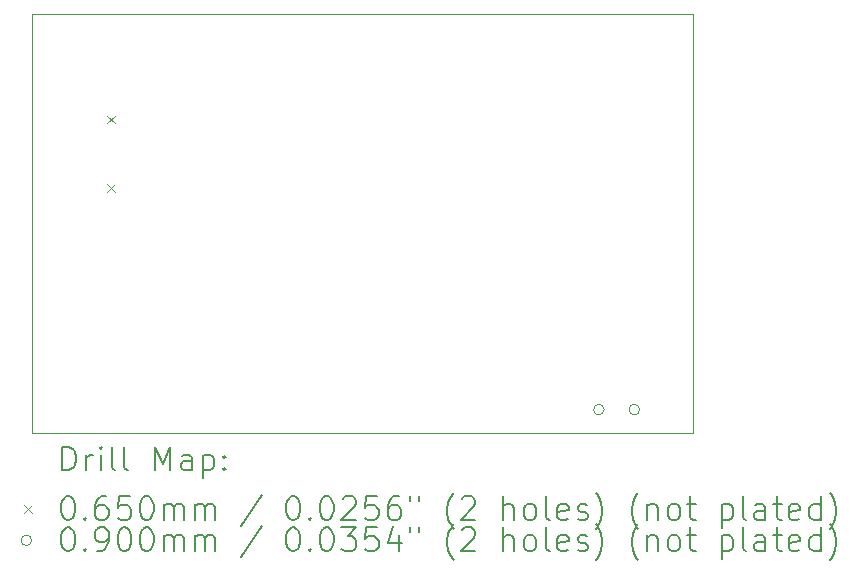
<source format=gbr>
%TF.GenerationSoftware,KiCad,Pcbnew,9.0.6*%
%TF.CreationDate,2025-12-13T17:25:43+11:00*%
%TF.ProjectId,esp32,65737033-322e-46b6-9963-61645f706362,rev?*%
%TF.SameCoordinates,Original*%
%TF.FileFunction,Drillmap*%
%TF.FilePolarity,Positive*%
%FSLAX45Y45*%
G04 Gerber Fmt 4.5, Leading zero omitted, Abs format (unit mm)*
G04 Created by KiCad (PCBNEW 9.0.6) date 2025-12-13 17:25:43*
%MOMM*%
%LPD*%
G01*
G04 APERTURE LIST*
%ADD10C,0.050000*%
%ADD11C,0.200000*%
%ADD12C,0.100000*%
G04 APERTURE END LIST*
D10*
X7250000Y-2450000D02*
X12850000Y-2450000D01*
X12850000Y-6000000D01*
X7250000Y-6000000D01*
X7250000Y-2450000D01*
D11*
D12*
X7885500Y-3310750D02*
X7950500Y-3375750D01*
X7950500Y-3310750D02*
X7885500Y-3375750D01*
X7885500Y-3888750D02*
X7950500Y-3953750D01*
X7950500Y-3888750D02*
X7885500Y-3953750D01*
X12095000Y-5800000D02*
G75*
G02*
X12005000Y-5800000I-45000J0D01*
G01*
X12005000Y-5800000D02*
G75*
G02*
X12095000Y-5800000I45000J0D01*
G01*
X12395000Y-5800000D02*
G75*
G02*
X12305000Y-5800000I-45000J0D01*
G01*
X12305000Y-5800000D02*
G75*
G02*
X12395000Y-5800000I45000J0D01*
G01*
D11*
X7508277Y-6313984D02*
X7508277Y-6113984D01*
X7508277Y-6113984D02*
X7555896Y-6113984D01*
X7555896Y-6113984D02*
X7584467Y-6123508D01*
X7584467Y-6123508D02*
X7603515Y-6142555D01*
X7603515Y-6142555D02*
X7613039Y-6161603D01*
X7613039Y-6161603D02*
X7622562Y-6199698D01*
X7622562Y-6199698D02*
X7622562Y-6228269D01*
X7622562Y-6228269D02*
X7613039Y-6266365D01*
X7613039Y-6266365D02*
X7603515Y-6285412D01*
X7603515Y-6285412D02*
X7584467Y-6304460D01*
X7584467Y-6304460D02*
X7555896Y-6313984D01*
X7555896Y-6313984D02*
X7508277Y-6313984D01*
X7708277Y-6313984D02*
X7708277Y-6180650D01*
X7708277Y-6218746D02*
X7717801Y-6199698D01*
X7717801Y-6199698D02*
X7727324Y-6190174D01*
X7727324Y-6190174D02*
X7746372Y-6180650D01*
X7746372Y-6180650D02*
X7765420Y-6180650D01*
X7832086Y-6313984D02*
X7832086Y-6180650D01*
X7832086Y-6113984D02*
X7822562Y-6123508D01*
X7822562Y-6123508D02*
X7832086Y-6133031D01*
X7832086Y-6133031D02*
X7841610Y-6123508D01*
X7841610Y-6123508D02*
X7832086Y-6113984D01*
X7832086Y-6113984D02*
X7832086Y-6133031D01*
X7955896Y-6313984D02*
X7936848Y-6304460D01*
X7936848Y-6304460D02*
X7927324Y-6285412D01*
X7927324Y-6285412D02*
X7927324Y-6113984D01*
X8060658Y-6313984D02*
X8041610Y-6304460D01*
X8041610Y-6304460D02*
X8032086Y-6285412D01*
X8032086Y-6285412D02*
X8032086Y-6113984D01*
X8289229Y-6313984D02*
X8289229Y-6113984D01*
X8289229Y-6113984D02*
X8355896Y-6256841D01*
X8355896Y-6256841D02*
X8422563Y-6113984D01*
X8422563Y-6113984D02*
X8422563Y-6313984D01*
X8603515Y-6313984D02*
X8603515Y-6209222D01*
X8603515Y-6209222D02*
X8593991Y-6190174D01*
X8593991Y-6190174D02*
X8574944Y-6180650D01*
X8574944Y-6180650D02*
X8536848Y-6180650D01*
X8536848Y-6180650D02*
X8517801Y-6190174D01*
X8603515Y-6304460D02*
X8584467Y-6313984D01*
X8584467Y-6313984D02*
X8536848Y-6313984D01*
X8536848Y-6313984D02*
X8517801Y-6304460D01*
X8517801Y-6304460D02*
X8508277Y-6285412D01*
X8508277Y-6285412D02*
X8508277Y-6266365D01*
X8508277Y-6266365D02*
X8517801Y-6247317D01*
X8517801Y-6247317D02*
X8536848Y-6237793D01*
X8536848Y-6237793D02*
X8584467Y-6237793D01*
X8584467Y-6237793D02*
X8603515Y-6228269D01*
X8698753Y-6180650D02*
X8698753Y-6380650D01*
X8698753Y-6190174D02*
X8717801Y-6180650D01*
X8717801Y-6180650D02*
X8755896Y-6180650D01*
X8755896Y-6180650D02*
X8774944Y-6190174D01*
X8774944Y-6190174D02*
X8784467Y-6199698D01*
X8784467Y-6199698D02*
X8793991Y-6218746D01*
X8793991Y-6218746D02*
X8793991Y-6275888D01*
X8793991Y-6275888D02*
X8784467Y-6294936D01*
X8784467Y-6294936D02*
X8774944Y-6304460D01*
X8774944Y-6304460D02*
X8755896Y-6313984D01*
X8755896Y-6313984D02*
X8717801Y-6313984D01*
X8717801Y-6313984D02*
X8698753Y-6304460D01*
X8879705Y-6294936D02*
X8889229Y-6304460D01*
X8889229Y-6304460D02*
X8879705Y-6313984D01*
X8879705Y-6313984D02*
X8870182Y-6304460D01*
X8870182Y-6304460D02*
X8879705Y-6294936D01*
X8879705Y-6294936D02*
X8879705Y-6313984D01*
X8879705Y-6190174D02*
X8889229Y-6199698D01*
X8889229Y-6199698D02*
X8879705Y-6209222D01*
X8879705Y-6209222D02*
X8870182Y-6199698D01*
X8870182Y-6199698D02*
X8879705Y-6190174D01*
X8879705Y-6190174D02*
X8879705Y-6209222D01*
D12*
X7182500Y-6610000D02*
X7247500Y-6675000D01*
X7247500Y-6610000D02*
X7182500Y-6675000D01*
D11*
X7546372Y-6533984D02*
X7565420Y-6533984D01*
X7565420Y-6533984D02*
X7584467Y-6543508D01*
X7584467Y-6543508D02*
X7593991Y-6553031D01*
X7593991Y-6553031D02*
X7603515Y-6572079D01*
X7603515Y-6572079D02*
X7613039Y-6610174D01*
X7613039Y-6610174D02*
X7613039Y-6657793D01*
X7613039Y-6657793D02*
X7603515Y-6695888D01*
X7603515Y-6695888D02*
X7593991Y-6714936D01*
X7593991Y-6714936D02*
X7584467Y-6724460D01*
X7584467Y-6724460D02*
X7565420Y-6733984D01*
X7565420Y-6733984D02*
X7546372Y-6733984D01*
X7546372Y-6733984D02*
X7527324Y-6724460D01*
X7527324Y-6724460D02*
X7517801Y-6714936D01*
X7517801Y-6714936D02*
X7508277Y-6695888D01*
X7508277Y-6695888D02*
X7498753Y-6657793D01*
X7498753Y-6657793D02*
X7498753Y-6610174D01*
X7498753Y-6610174D02*
X7508277Y-6572079D01*
X7508277Y-6572079D02*
X7517801Y-6553031D01*
X7517801Y-6553031D02*
X7527324Y-6543508D01*
X7527324Y-6543508D02*
X7546372Y-6533984D01*
X7698753Y-6714936D02*
X7708277Y-6724460D01*
X7708277Y-6724460D02*
X7698753Y-6733984D01*
X7698753Y-6733984D02*
X7689229Y-6724460D01*
X7689229Y-6724460D02*
X7698753Y-6714936D01*
X7698753Y-6714936D02*
X7698753Y-6733984D01*
X7879705Y-6533984D02*
X7841610Y-6533984D01*
X7841610Y-6533984D02*
X7822562Y-6543508D01*
X7822562Y-6543508D02*
X7813039Y-6553031D01*
X7813039Y-6553031D02*
X7793991Y-6581603D01*
X7793991Y-6581603D02*
X7784467Y-6619698D01*
X7784467Y-6619698D02*
X7784467Y-6695888D01*
X7784467Y-6695888D02*
X7793991Y-6714936D01*
X7793991Y-6714936D02*
X7803515Y-6724460D01*
X7803515Y-6724460D02*
X7822562Y-6733984D01*
X7822562Y-6733984D02*
X7860658Y-6733984D01*
X7860658Y-6733984D02*
X7879705Y-6724460D01*
X7879705Y-6724460D02*
X7889229Y-6714936D01*
X7889229Y-6714936D02*
X7898753Y-6695888D01*
X7898753Y-6695888D02*
X7898753Y-6648269D01*
X7898753Y-6648269D02*
X7889229Y-6629222D01*
X7889229Y-6629222D02*
X7879705Y-6619698D01*
X7879705Y-6619698D02*
X7860658Y-6610174D01*
X7860658Y-6610174D02*
X7822562Y-6610174D01*
X7822562Y-6610174D02*
X7803515Y-6619698D01*
X7803515Y-6619698D02*
X7793991Y-6629222D01*
X7793991Y-6629222D02*
X7784467Y-6648269D01*
X8079705Y-6533984D02*
X7984467Y-6533984D01*
X7984467Y-6533984D02*
X7974943Y-6629222D01*
X7974943Y-6629222D02*
X7984467Y-6619698D01*
X7984467Y-6619698D02*
X8003515Y-6610174D01*
X8003515Y-6610174D02*
X8051134Y-6610174D01*
X8051134Y-6610174D02*
X8070182Y-6619698D01*
X8070182Y-6619698D02*
X8079705Y-6629222D01*
X8079705Y-6629222D02*
X8089229Y-6648269D01*
X8089229Y-6648269D02*
X8089229Y-6695888D01*
X8089229Y-6695888D02*
X8079705Y-6714936D01*
X8079705Y-6714936D02*
X8070182Y-6724460D01*
X8070182Y-6724460D02*
X8051134Y-6733984D01*
X8051134Y-6733984D02*
X8003515Y-6733984D01*
X8003515Y-6733984D02*
X7984467Y-6724460D01*
X7984467Y-6724460D02*
X7974943Y-6714936D01*
X8213039Y-6533984D02*
X8232086Y-6533984D01*
X8232086Y-6533984D02*
X8251134Y-6543508D01*
X8251134Y-6543508D02*
X8260658Y-6553031D01*
X8260658Y-6553031D02*
X8270182Y-6572079D01*
X8270182Y-6572079D02*
X8279705Y-6610174D01*
X8279705Y-6610174D02*
X8279705Y-6657793D01*
X8279705Y-6657793D02*
X8270182Y-6695888D01*
X8270182Y-6695888D02*
X8260658Y-6714936D01*
X8260658Y-6714936D02*
X8251134Y-6724460D01*
X8251134Y-6724460D02*
X8232086Y-6733984D01*
X8232086Y-6733984D02*
X8213039Y-6733984D01*
X8213039Y-6733984D02*
X8193991Y-6724460D01*
X8193991Y-6724460D02*
X8184467Y-6714936D01*
X8184467Y-6714936D02*
X8174943Y-6695888D01*
X8174943Y-6695888D02*
X8165420Y-6657793D01*
X8165420Y-6657793D02*
X8165420Y-6610174D01*
X8165420Y-6610174D02*
X8174943Y-6572079D01*
X8174943Y-6572079D02*
X8184467Y-6553031D01*
X8184467Y-6553031D02*
X8193991Y-6543508D01*
X8193991Y-6543508D02*
X8213039Y-6533984D01*
X8365420Y-6733984D02*
X8365420Y-6600650D01*
X8365420Y-6619698D02*
X8374943Y-6610174D01*
X8374943Y-6610174D02*
X8393991Y-6600650D01*
X8393991Y-6600650D02*
X8422563Y-6600650D01*
X8422563Y-6600650D02*
X8441610Y-6610174D01*
X8441610Y-6610174D02*
X8451134Y-6629222D01*
X8451134Y-6629222D02*
X8451134Y-6733984D01*
X8451134Y-6629222D02*
X8460658Y-6610174D01*
X8460658Y-6610174D02*
X8479705Y-6600650D01*
X8479705Y-6600650D02*
X8508277Y-6600650D01*
X8508277Y-6600650D02*
X8527325Y-6610174D01*
X8527325Y-6610174D02*
X8536848Y-6629222D01*
X8536848Y-6629222D02*
X8536848Y-6733984D01*
X8632086Y-6733984D02*
X8632086Y-6600650D01*
X8632086Y-6619698D02*
X8641610Y-6610174D01*
X8641610Y-6610174D02*
X8660658Y-6600650D01*
X8660658Y-6600650D02*
X8689229Y-6600650D01*
X8689229Y-6600650D02*
X8708277Y-6610174D01*
X8708277Y-6610174D02*
X8717801Y-6629222D01*
X8717801Y-6629222D02*
X8717801Y-6733984D01*
X8717801Y-6629222D02*
X8727325Y-6610174D01*
X8727325Y-6610174D02*
X8746372Y-6600650D01*
X8746372Y-6600650D02*
X8774944Y-6600650D01*
X8774944Y-6600650D02*
X8793991Y-6610174D01*
X8793991Y-6610174D02*
X8803515Y-6629222D01*
X8803515Y-6629222D02*
X8803515Y-6733984D01*
X9193991Y-6524460D02*
X9022563Y-6781603D01*
X9451134Y-6533984D02*
X9470182Y-6533984D01*
X9470182Y-6533984D02*
X9489229Y-6543508D01*
X9489229Y-6543508D02*
X9498753Y-6553031D01*
X9498753Y-6553031D02*
X9508277Y-6572079D01*
X9508277Y-6572079D02*
X9517801Y-6610174D01*
X9517801Y-6610174D02*
X9517801Y-6657793D01*
X9517801Y-6657793D02*
X9508277Y-6695888D01*
X9508277Y-6695888D02*
X9498753Y-6714936D01*
X9498753Y-6714936D02*
X9489229Y-6724460D01*
X9489229Y-6724460D02*
X9470182Y-6733984D01*
X9470182Y-6733984D02*
X9451134Y-6733984D01*
X9451134Y-6733984D02*
X9432087Y-6724460D01*
X9432087Y-6724460D02*
X9422563Y-6714936D01*
X9422563Y-6714936D02*
X9413039Y-6695888D01*
X9413039Y-6695888D02*
X9403515Y-6657793D01*
X9403515Y-6657793D02*
X9403515Y-6610174D01*
X9403515Y-6610174D02*
X9413039Y-6572079D01*
X9413039Y-6572079D02*
X9422563Y-6553031D01*
X9422563Y-6553031D02*
X9432087Y-6543508D01*
X9432087Y-6543508D02*
X9451134Y-6533984D01*
X9603515Y-6714936D02*
X9613039Y-6724460D01*
X9613039Y-6724460D02*
X9603515Y-6733984D01*
X9603515Y-6733984D02*
X9593991Y-6724460D01*
X9593991Y-6724460D02*
X9603515Y-6714936D01*
X9603515Y-6714936D02*
X9603515Y-6733984D01*
X9736848Y-6533984D02*
X9755896Y-6533984D01*
X9755896Y-6533984D02*
X9774944Y-6543508D01*
X9774944Y-6543508D02*
X9784468Y-6553031D01*
X9784468Y-6553031D02*
X9793991Y-6572079D01*
X9793991Y-6572079D02*
X9803515Y-6610174D01*
X9803515Y-6610174D02*
X9803515Y-6657793D01*
X9803515Y-6657793D02*
X9793991Y-6695888D01*
X9793991Y-6695888D02*
X9784468Y-6714936D01*
X9784468Y-6714936D02*
X9774944Y-6724460D01*
X9774944Y-6724460D02*
X9755896Y-6733984D01*
X9755896Y-6733984D02*
X9736848Y-6733984D01*
X9736848Y-6733984D02*
X9717801Y-6724460D01*
X9717801Y-6724460D02*
X9708277Y-6714936D01*
X9708277Y-6714936D02*
X9698753Y-6695888D01*
X9698753Y-6695888D02*
X9689229Y-6657793D01*
X9689229Y-6657793D02*
X9689229Y-6610174D01*
X9689229Y-6610174D02*
X9698753Y-6572079D01*
X9698753Y-6572079D02*
X9708277Y-6553031D01*
X9708277Y-6553031D02*
X9717801Y-6543508D01*
X9717801Y-6543508D02*
X9736848Y-6533984D01*
X9879706Y-6553031D02*
X9889229Y-6543508D01*
X9889229Y-6543508D02*
X9908277Y-6533984D01*
X9908277Y-6533984D02*
X9955896Y-6533984D01*
X9955896Y-6533984D02*
X9974944Y-6543508D01*
X9974944Y-6543508D02*
X9984468Y-6553031D01*
X9984468Y-6553031D02*
X9993991Y-6572079D01*
X9993991Y-6572079D02*
X9993991Y-6591127D01*
X9993991Y-6591127D02*
X9984468Y-6619698D01*
X9984468Y-6619698D02*
X9870182Y-6733984D01*
X9870182Y-6733984D02*
X9993991Y-6733984D01*
X10174944Y-6533984D02*
X10079706Y-6533984D01*
X10079706Y-6533984D02*
X10070182Y-6629222D01*
X10070182Y-6629222D02*
X10079706Y-6619698D01*
X10079706Y-6619698D02*
X10098753Y-6610174D01*
X10098753Y-6610174D02*
X10146372Y-6610174D01*
X10146372Y-6610174D02*
X10165420Y-6619698D01*
X10165420Y-6619698D02*
X10174944Y-6629222D01*
X10174944Y-6629222D02*
X10184468Y-6648269D01*
X10184468Y-6648269D02*
X10184468Y-6695888D01*
X10184468Y-6695888D02*
X10174944Y-6714936D01*
X10174944Y-6714936D02*
X10165420Y-6724460D01*
X10165420Y-6724460D02*
X10146372Y-6733984D01*
X10146372Y-6733984D02*
X10098753Y-6733984D01*
X10098753Y-6733984D02*
X10079706Y-6724460D01*
X10079706Y-6724460D02*
X10070182Y-6714936D01*
X10355896Y-6533984D02*
X10317801Y-6533984D01*
X10317801Y-6533984D02*
X10298753Y-6543508D01*
X10298753Y-6543508D02*
X10289229Y-6553031D01*
X10289229Y-6553031D02*
X10270182Y-6581603D01*
X10270182Y-6581603D02*
X10260658Y-6619698D01*
X10260658Y-6619698D02*
X10260658Y-6695888D01*
X10260658Y-6695888D02*
X10270182Y-6714936D01*
X10270182Y-6714936D02*
X10279706Y-6724460D01*
X10279706Y-6724460D02*
X10298753Y-6733984D01*
X10298753Y-6733984D02*
X10336849Y-6733984D01*
X10336849Y-6733984D02*
X10355896Y-6724460D01*
X10355896Y-6724460D02*
X10365420Y-6714936D01*
X10365420Y-6714936D02*
X10374944Y-6695888D01*
X10374944Y-6695888D02*
X10374944Y-6648269D01*
X10374944Y-6648269D02*
X10365420Y-6629222D01*
X10365420Y-6629222D02*
X10355896Y-6619698D01*
X10355896Y-6619698D02*
X10336849Y-6610174D01*
X10336849Y-6610174D02*
X10298753Y-6610174D01*
X10298753Y-6610174D02*
X10279706Y-6619698D01*
X10279706Y-6619698D02*
X10270182Y-6629222D01*
X10270182Y-6629222D02*
X10260658Y-6648269D01*
X10451134Y-6533984D02*
X10451134Y-6572079D01*
X10527325Y-6533984D02*
X10527325Y-6572079D01*
X10822563Y-6810174D02*
X10813039Y-6800650D01*
X10813039Y-6800650D02*
X10793991Y-6772079D01*
X10793991Y-6772079D02*
X10784468Y-6753031D01*
X10784468Y-6753031D02*
X10774944Y-6724460D01*
X10774944Y-6724460D02*
X10765420Y-6676841D01*
X10765420Y-6676841D02*
X10765420Y-6638746D01*
X10765420Y-6638746D02*
X10774944Y-6591127D01*
X10774944Y-6591127D02*
X10784468Y-6562555D01*
X10784468Y-6562555D02*
X10793991Y-6543508D01*
X10793991Y-6543508D02*
X10813039Y-6514936D01*
X10813039Y-6514936D02*
X10822563Y-6505412D01*
X10889230Y-6553031D02*
X10898753Y-6543508D01*
X10898753Y-6543508D02*
X10917801Y-6533984D01*
X10917801Y-6533984D02*
X10965420Y-6533984D01*
X10965420Y-6533984D02*
X10984468Y-6543508D01*
X10984468Y-6543508D02*
X10993991Y-6553031D01*
X10993991Y-6553031D02*
X11003515Y-6572079D01*
X11003515Y-6572079D02*
X11003515Y-6591127D01*
X11003515Y-6591127D02*
X10993991Y-6619698D01*
X10993991Y-6619698D02*
X10879706Y-6733984D01*
X10879706Y-6733984D02*
X11003515Y-6733984D01*
X11241610Y-6733984D02*
X11241610Y-6533984D01*
X11327325Y-6733984D02*
X11327325Y-6629222D01*
X11327325Y-6629222D02*
X11317801Y-6610174D01*
X11317801Y-6610174D02*
X11298753Y-6600650D01*
X11298753Y-6600650D02*
X11270182Y-6600650D01*
X11270182Y-6600650D02*
X11251134Y-6610174D01*
X11251134Y-6610174D02*
X11241610Y-6619698D01*
X11451134Y-6733984D02*
X11432087Y-6724460D01*
X11432087Y-6724460D02*
X11422563Y-6714936D01*
X11422563Y-6714936D02*
X11413039Y-6695888D01*
X11413039Y-6695888D02*
X11413039Y-6638746D01*
X11413039Y-6638746D02*
X11422563Y-6619698D01*
X11422563Y-6619698D02*
X11432087Y-6610174D01*
X11432087Y-6610174D02*
X11451134Y-6600650D01*
X11451134Y-6600650D02*
X11479706Y-6600650D01*
X11479706Y-6600650D02*
X11498753Y-6610174D01*
X11498753Y-6610174D02*
X11508277Y-6619698D01*
X11508277Y-6619698D02*
X11517801Y-6638746D01*
X11517801Y-6638746D02*
X11517801Y-6695888D01*
X11517801Y-6695888D02*
X11508277Y-6714936D01*
X11508277Y-6714936D02*
X11498753Y-6724460D01*
X11498753Y-6724460D02*
X11479706Y-6733984D01*
X11479706Y-6733984D02*
X11451134Y-6733984D01*
X11632087Y-6733984D02*
X11613039Y-6724460D01*
X11613039Y-6724460D02*
X11603515Y-6705412D01*
X11603515Y-6705412D02*
X11603515Y-6533984D01*
X11784468Y-6724460D02*
X11765420Y-6733984D01*
X11765420Y-6733984D02*
X11727325Y-6733984D01*
X11727325Y-6733984D02*
X11708277Y-6724460D01*
X11708277Y-6724460D02*
X11698753Y-6705412D01*
X11698753Y-6705412D02*
X11698753Y-6629222D01*
X11698753Y-6629222D02*
X11708277Y-6610174D01*
X11708277Y-6610174D02*
X11727325Y-6600650D01*
X11727325Y-6600650D02*
X11765420Y-6600650D01*
X11765420Y-6600650D02*
X11784468Y-6610174D01*
X11784468Y-6610174D02*
X11793991Y-6629222D01*
X11793991Y-6629222D02*
X11793991Y-6648269D01*
X11793991Y-6648269D02*
X11698753Y-6667317D01*
X11870182Y-6724460D02*
X11889230Y-6733984D01*
X11889230Y-6733984D02*
X11927325Y-6733984D01*
X11927325Y-6733984D02*
X11946372Y-6724460D01*
X11946372Y-6724460D02*
X11955896Y-6705412D01*
X11955896Y-6705412D02*
X11955896Y-6695888D01*
X11955896Y-6695888D02*
X11946372Y-6676841D01*
X11946372Y-6676841D02*
X11927325Y-6667317D01*
X11927325Y-6667317D02*
X11898753Y-6667317D01*
X11898753Y-6667317D02*
X11879706Y-6657793D01*
X11879706Y-6657793D02*
X11870182Y-6638746D01*
X11870182Y-6638746D02*
X11870182Y-6629222D01*
X11870182Y-6629222D02*
X11879706Y-6610174D01*
X11879706Y-6610174D02*
X11898753Y-6600650D01*
X11898753Y-6600650D02*
X11927325Y-6600650D01*
X11927325Y-6600650D02*
X11946372Y-6610174D01*
X12022563Y-6810174D02*
X12032087Y-6800650D01*
X12032087Y-6800650D02*
X12051134Y-6772079D01*
X12051134Y-6772079D02*
X12060658Y-6753031D01*
X12060658Y-6753031D02*
X12070182Y-6724460D01*
X12070182Y-6724460D02*
X12079706Y-6676841D01*
X12079706Y-6676841D02*
X12079706Y-6638746D01*
X12079706Y-6638746D02*
X12070182Y-6591127D01*
X12070182Y-6591127D02*
X12060658Y-6562555D01*
X12060658Y-6562555D02*
X12051134Y-6543508D01*
X12051134Y-6543508D02*
X12032087Y-6514936D01*
X12032087Y-6514936D02*
X12022563Y-6505412D01*
X12384468Y-6810174D02*
X12374944Y-6800650D01*
X12374944Y-6800650D02*
X12355896Y-6772079D01*
X12355896Y-6772079D02*
X12346372Y-6753031D01*
X12346372Y-6753031D02*
X12336849Y-6724460D01*
X12336849Y-6724460D02*
X12327325Y-6676841D01*
X12327325Y-6676841D02*
X12327325Y-6638746D01*
X12327325Y-6638746D02*
X12336849Y-6591127D01*
X12336849Y-6591127D02*
X12346372Y-6562555D01*
X12346372Y-6562555D02*
X12355896Y-6543508D01*
X12355896Y-6543508D02*
X12374944Y-6514936D01*
X12374944Y-6514936D02*
X12384468Y-6505412D01*
X12460658Y-6600650D02*
X12460658Y-6733984D01*
X12460658Y-6619698D02*
X12470182Y-6610174D01*
X12470182Y-6610174D02*
X12489230Y-6600650D01*
X12489230Y-6600650D02*
X12517801Y-6600650D01*
X12517801Y-6600650D02*
X12536849Y-6610174D01*
X12536849Y-6610174D02*
X12546372Y-6629222D01*
X12546372Y-6629222D02*
X12546372Y-6733984D01*
X12670182Y-6733984D02*
X12651134Y-6724460D01*
X12651134Y-6724460D02*
X12641611Y-6714936D01*
X12641611Y-6714936D02*
X12632087Y-6695888D01*
X12632087Y-6695888D02*
X12632087Y-6638746D01*
X12632087Y-6638746D02*
X12641611Y-6619698D01*
X12641611Y-6619698D02*
X12651134Y-6610174D01*
X12651134Y-6610174D02*
X12670182Y-6600650D01*
X12670182Y-6600650D02*
X12698753Y-6600650D01*
X12698753Y-6600650D02*
X12717801Y-6610174D01*
X12717801Y-6610174D02*
X12727325Y-6619698D01*
X12727325Y-6619698D02*
X12736849Y-6638746D01*
X12736849Y-6638746D02*
X12736849Y-6695888D01*
X12736849Y-6695888D02*
X12727325Y-6714936D01*
X12727325Y-6714936D02*
X12717801Y-6724460D01*
X12717801Y-6724460D02*
X12698753Y-6733984D01*
X12698753Y-6733984D02*
X12670182Y-6733984D01*
X12793992Y-6600650D02*
X12870182Y-6600650D01*
X12822563Y-6533984D02*
X12822563Y-6705412D01*
X12822563Y-6705412D02*
X12832087Y-6724460D01*
X12832087Y-6724460D02*
X12851134Y-6733984D01*
X12851134Y-6733984D02*
X12870182Y-6733984D01*
X13089230Y-6600650D02*
X13089230Y-6800650D01*
X13089230Y-6610174D02*
X13108277Y-6600650D01*
X13108277Y-6600650D02*
X13146373Y-6600650D01*
X13146373Y-6600650D02*
X13165420Y-6610174D01*
X13165420Y-6610174D02*
X13174944Y-6619698D01*
X13174944Y-6619698D02*
X13184468Y-6638746D01*
X13184468Y-6638746D02*
X13184468Y-6695888D01*
X13184468Y-6695888D02*
X13174944Y-6714936D01*
X13174944Y-6714936D02*
X13165420Y-6724460D01*
X13165420Y-6724460D02*
X13146373Y-6733984D01*
X13146373Y-6733984D02*
X13108277Y-6733984D01*
X13108277Y-6733984D02*
X13089230Y-6724460D01*
X13298753Y-6733984D02*
X13279706Y-6724460D01*
X13279706Y-6724460D02*
X13270182Y-6705412D01*
X13270182Y-6705412D02*
X13270182Y-6533984D01*
X13460658Y-6733984D02*
X13460658Y-6629222D01*
X13460658Y-6629222D02*
X13451134Y-6610174D01*
X13451134Y-6610174D02*
X13432087Y-6600650D01*
X13432087Y-6600650D02*
X13393992Y-6600650D01*
X13393992Y-6600650D02*
X13374944Y-6610174D01*
X13460658Y-6724460D02*
X13441611Y-6733984D01*
X13441611Y-6733984D02*
X13393992Y-6733984D01*
X13393992Y-6733984D02*
X13374944Y-6724460D01*
X13374944Y-6724460D02*
X13365420Y-6705412D01*
X13365420Y-6705412D02*
X13365420Y-6686365D01*
X13365420Y-6686365D02*
X13374944Y-6667317D01*
X13374944Y-6667317D02*
X13393992Y-6657793D01*
X13393992Y-6657793D02*
X13441611Y-6657793D01*
X13441611Y-6657793D02*
X13460658Y-6648269D01*
X13527325Y-6600650D02*
X13603515Y-6600650D01*
X13555896Y-6533984D02*
X13555896Y-6705412D01*
X13555896Y-6705412D02*
X13565420Y-6724460D01*
X13565420Y-6724460D02*
X13584468Y-6733984D01*
X13584468Y-6733984D02*
X13603515Y-6733984D01*
X13746373Y-6724460D02*
X13727325Y-6733984D01*
X13727325Y-6733984D02*
X13689230Y-6733984D01*
X13689230Y-6733984D02*
X13670182Y-6724460D01*
X13670182Y-6724460D02*
X13660658Y-6705412D01*
X13660658Y-6705412D02*
X13660658Y-6629222D01*
X13660658Y-6629222D02*
X13670182Y-6610174D01*
X13670182Y-6610174D02*
X13689230Y-6600650D01*
X13689230Y-6600650D02*
X13727325Y-6600650D01*
X13727325Y-6600650D02*
X13746373Y-6610174D01*
X13746373Y-6610174D02*
X13755896Y-6629222D01*
X13755896Y-6629222D02*
X13755896Y-6648269D01*
X13755896Y-6648269D02*
X13660658Y-6667317D01*
X13927325Y-6733984D02*
X13927325Y-6533984D01*
X13927325Y-6724460D02*
X13908277Y-6733984D01*
X13908277Y-6733984D02*
X13870182Y-6733984D01*
X13870182Y-6733984D02*
X13851134Y-6724460D01*
X13851134Y-6724460D02*
X13841611Y-6714936D01*
X13841611Y-6714936D02*
X13832087Y-6695888D01*
X13832087Y-6695888D02*
X13832087Y-6638746D01*
X13832087Y-6638746D02*
X13841611Y-6619698D01*
X13841611Y-6619698D02*
X13851134Y-6610174D01*
X13851134Y-6610174D02*
X13870182Y-6600650D01*
X13870182Y-6600650D02*
X13908277Y-6600650D01*
X13908277Y-6600650D02*
X13927325Y-6610174D01*
X14003515Y-6810174D02*
X14013039Y-6800650D01*
X14013039Y-6800650D02*
X14032087Y-6772079D01*
X14032087Y-6772079D02*
X14041611Y-6753031D01*
X14041611Y-6753031D02*
X14051134Y-6724460D01*
X14051134Y-6724460D02*
X14060658Y-6676841D01*
X14060658Y-6676841D02*
X14060658Y-6638746D01*
X14060658Y-6638746D02*
X14051134Y-6591127D01*
X14051134Y-6591127D02*
X14041611Y-6562555D01*
X14041611Y-6562555D02*
X14032087Y-6543508D01*
X14032087Y-6543508D02*
X14013039Y-6514936D01*
X14013039Y-6514936D02*
X14003515Y-6505412D01*
D12*
X7247500Y-6906500D02*
G75*
G02*
X7157500Y-6906500I-45000J0D01*
G01*
X7157500Y-6906500D02*
G75*
G02*
X7247500Y-6906500I45000J0D01*
G01*
D11*
X7546372Y-6797984D02*
X7565420Y-6797984D01*
X7565420Y-6797984D02*
X7584467Y-6807508D01*
X7584467Y-6807508D02*
X7593991Y-6817031D01*
X7593991Y-6817031D02*
X7603515Y-6836079D01*
X7603515Y-6836079D02*
X7613039Y-6874174D01*
X7613039Y-6874174D02*
X7613039Y-6921793D01*
X7613039Y-6921793D02*
X7603515Y-6959888D01*
X7603515Y-6959888D02*
X7593991Y-6978936D01*
X7593991Y-6978936D02*
X7584467Y-6988460D01*
X7584467Y-6988460D02*
X7565420Y-6997984D01*
X7565420Y-6997984D02*
X7546372Y-6997984D01*
X7546372Y-6997984D02*
X7527324Y-6988460D01*
X7527324Y-6988460D02*
X7517801Y-6978936D01*
X7517801Y-6978936D02*
X7508277Y-6959888D01*
X7508277Y-6959888D02*
X7498753Y-6921793D01*
X7498753Y-6921793D02*
X7498753Y-6874174D01*
X7498753Y-6874174D02*
X7508277Y-6836079D01*
X7508277Y-6836079D02*
X7517801Y-6817031D01*
X7517801Y-6817031D02*
X7527324Y-6807508D01*
X7527324Y-6807508D02*
X7546372Y-6797984D01*
X7698753Y-6978936D02*
X7708277Y-6988460D01*
X7708277Y-6988460D02*
X7698753Y-6997984D01*
X7698753Y-6997984D02*
X7689229Y-6988460D01*
X7689229Y-6988460D02*
X7698753Y-6978936D01*
X7698753Y-6978936D02*
X7698753Y-6997984D01*
X7803515Y-6997984D02*
X7841610Y-6997984D01*
X7841610Y-6997984D02*
X7860658Y-6988460D01*
X7860658Y-6988460D02*
X7870182Y-6978936D01*
X7870182Y-6978936D02*
X7889229Y-6950365D01*
X7889229Y-6950365D02*
X7898753Y-6912269D01*
X7898753Y-6912269D02*
X7898753Y-6836079D01*
X7898753Y-6836079D02*
X7889229Y-6817031D01*
X7889229Y-6817031D02*
X7879705Y-6807508D01*
X7879705Y-6807508D02*
X7860658Y-6797984D01*
X7860658Y-6797984D02*
X7822562Y-6797984D01*
X7822562Y-6797984D02*
X7803515Y-6807508D01*
X7803515Y-6807508D02*
X7793991Y-6817031D01*
X7793991Y-6817031D02*
X7784467Y-6836079D01*
X7784467Y-6836079D02*
X7784467Y-6883698D01*
X7784467Y-6883698D02*
X7793991Y-6902746D01*
X7793991Y-6902746D02*
X7803515Y-6912269D01*
X7803515Y-6912269D02*
X7822562Y-6921793D01*
X7822562Y-6921793D02*
X7860658Y-6921793D01*
X7860658Y-6921793D02*
X7879705Y-6912269D01*
X7879705Y-6912269D02*
X7889229Y-6902746D01*
X7889229Y-6902746D02*
X7898753Y-6883698D01*
X8022562Y-6797984D02*
X8041610Y-6797984D01*
X8041610Y-6797984D02*
X8060658Y-6807508D01*
X8060658Y-6807508D02*
X8070182Y-6817031D01*
X8070182Y-6817031D02*
X8079705Y-6836079D01*
X8079705Y-6836079D02*
X8089229Y-6874174D01*
X8089229Y-6874174D02*
X8089229Y-6921793D01*
X8089229Y-6921793D02*
X8079705Y-6959888D01*
X8079705Y-6959888D02*
X8070182Y-6978936D01*
X8070182Y-6978936D02*
X8060658Y-6988460D01*
X8060658Y-6988460D02*
X8041610Y-6997984D01*
X8041610Y-6997984D02*
X8022562Y-6997984D01*
X8022562Y-6997984D02*
X8003515Y-6988460D01*
X8003515Y-6988460D02*
X7993991Y-6978936D01*
X7993991Y-6978936D02*
X7984467Y-6959888D01*
X7984467Y-6959888D02*
X7974943Y-6921793D01*
X7974943Y-6921793D02*
X7974943Y-6874174D01*
X7974943Y-6874174D02*
X7984467Y-6836079D01*
X7984467Y-6836079D02*
X7993991Y-6817031D01*
X7993991Y-6817031D02*
X8003515Y-6807508D01*
X8003515Y-6807508D02*
X8022562Y-6797984D01*
X8213039Y-6797984D02*
X8232086Y-6797984D01*
X8232086Y-6797984D02*
X8251134Y-6807508D01*
X8251134Y-6807508D02*
X8260658Y-6817031D01*
X8260658Y-6817031D02*
X8270182Y-6836079D01*
X8270182Y-6836079D02*
X8279705Y-6874174D01*
X8279705Y-6874174D02*
X8279705Y-6921793D01*
X8279705Y-6921793D02*
X8270182Y-6959888D01*
X8270182Y-6959888D02*
X8260658Y-6978936D01*
X8260658Y-6978936D02*
X8251134Y-6988460D01*
X8251134Y-6988460D02*
X8232086Y-6997984D01*
X8232086Y-6997984D02*
X8213039Y-6997984D01*
X8213039Y-6997984D02*
X8193991Y-6988460D01*
X8193991Y-6988460D02*
X8184467Y-6978936D01*
X8184467Y-6978936D02*
X8174943Y-6959888D01*
X8174943Y-6959888D02*
X8165420Y-6921793D01*
X8165420Y-6921793D02*
X8165420Y-6874174D01*
X8165420Y-6874174D02*
X8174943Y-6836079D01*
X8174943Y-6836079D02*
X8184467Y-6817031D01*
X8184467Y-6817031D02*
X8193991Y-6807508D01*
X8193991Y-6807508D02*
X8213039Y-6797984D01*
X8365420Y-6997984D02*
X8365420Y-6864650D01*
X8365420Y-6883698D02*
X8374943Y-6874174D01*
X8374943Y-6874174D02*
X8393991Y-6864650D01*
X8393991Y-6864650D02*
X8422563Y-6864650D01*
X8422563Y-6864650D02*
X8441610Y-6874174D01*
X8441610Y-6874174D02*
X8451134Y-6893222D01*
X8451134Y-6893222D02*
X8451134Y-6997984D01*
X8451134Y-6893222D02*
X8460658Y-6874174D01*
X8460658Y-6874174D02*
X8479705Y-6864650D01*
X8479705Y-6864650D02*
X8508277Y-6864650D01*
X8508277Y-6864650D02*
X8527325Y-6874174D01*
X8527325Y-6874174D02*
X8536848Y-6893222D01*
X8536848Y-6893222D02*
X8536848Y-6997984D01*
X8632086Y-6997984D02*
X8632086Y-6864650D01*
X8632086Y-6883698D02*
X8641610Y-6874174D01*
X8641610Y-6874174D02*
X8660658Y-6864650D01*
X8660658Y-6864650D02*
X8689229Y-6864650D01*
X8689229Y-6864650D02*
X8708277Y-6874174D01*
X8708277Y-6874174D02*
X8717801Y-6893222D01*
X8717801Y-6893222D02*
X8717801Y-6997984D01*
X8717801Y-6893222D02*
X8727325Y-6874174D01*
X8727325Y-6874174D02*
X8746372Y-6864650D01*
X8746372Y-6864650D02*
X8774944Y-6864650D01*
X8774944Y-6864650D02*
X8793991Y-6874174D01*
X8793991Y-6874174D02*
X8803515Y-6893222D01*
X8803515Y-6893222D02*
X8803515Y-6997984D01*
X9193991Y-6788460D02*
X9022563Y-7045603D01*
X9451134Y-6797984D02*
X9470182Y-6797984D01*
X9470182Y-6797984D02*
X9489229Y-6807508D01*
X9489229Y-6807508D02*
X9498753Y-6817031D01*
X9498753Y-6817031D02*
X9508277Y-6836079D01*
X9508277Y-6836079D02*
X9517801Y-6874174D01*
X9517801Y-6874174D02*
X9517801Y-6921793D01*
X9517801Y-6921793D02*
X9508277Y-6959888D01*
X9508277Y-6959888D02*
X9498753Y-6978936D01*
X9498753Y-6978936D02*
X9489229Y-6988460D01*
X9489229Y-6988460D02*
X9470182Y-6997984D01*
X9470182Y-6997984D02*
X9451134Y-6997984D01*
X9451134Y-6997984D02*
X9432087Y-6988460D01*
X9432087Y-6988460D02*
X9422563Y-6978936D01*
X9422563Y-6978936D02*
X9413039Y-6959888D01*
X9413039Y-6959888D02*
X9403515Y-6921793D01*
X9403515Y-6921793D02*
X9403515Y-6874174D01*
X9403515Y-6874174D02*
X9413039Y-6836079D01*
X9413039Y-6836079D02*
X9422563Y-6817031D01*
X9422563Y-6817031D02*
X9432087Y-6807508D01*
X9432087Y-6807508D02*
X9451134Y-6797984D01*
X9603515Y-6978936D02*
X9613039Y-6988460D01*
X9613039Y-6988460D02*
X9603515Y-6997984D01*
X9603515Y-6997984D02*
X9593991Y-6988460D01*
X9593991Y-6988460D02*
X9603515Y-6978936D01*
X9603515Y-6978936D02*
X9603515Y-6997984D01*
X9736848Y-6797984D02*
X9755896Y-6797984D01*
X9755896Y-6797984D02*
X9774944Y-6807508D01*
X9774944Y-6807508D02*
X9784468Y-6817031D01*
X9784468Y-6817031D02*
X9793991Y-6836079D01*
X9793991Y-6836079D02*
X9803515Y-6874174D01*
X9803515Y-6874174D02*
X9803515Y-6921793D01*
X9803515Y-6921793D02*
X9793991Y-6959888D01*
X9793991Y-6959888D02*
X9784468Y-6978936D01*
X9784468Y-6978936D02*
X9774944Y-6988460D01*
X9774944Y-6988460D02*
X9755896Y-6997984D01*
X9755896Y-6997984D02*
X9736848Y-6997984D01*
X9736848Y-6997984D02*
X9717801Y-6988460D01*
X9717801Y-6988460D02*
X9708277Y-6978936D01*
X9708277Y-6978936D02*
X9698753Y-6959888D01*
X9698753Y-6959888D02*
X9689229Y-6921793D01*
X9689229Y-6921793D02*
X9689229Y-6874174D01*
X9689229Y-6874174D02*
X9698753Y-6836079D01*
X9698753Y-6836079D02*
X9708277Y-6817031D01*
X9708277Y-6817031D02*
X9717801Y-6807508D01*
X9717801Y-6807508D02*
X9736848Y-6797984D01*
X9870182Y-6797984D02*
X9993991Y-6797984D01*
X9993991Y-6797984D02*
X9927325Y-6874174D01*
X9927325Y-6874174D02*
X9955896Y-6874174D01*
X9955896Y-6874174D02*
X9974944Y-6883698D01*
X9974944Y-6883698D02*
X9984468Y-6893222D01*
X9984468Y-6893222D02*
X9993991Y-6912269D01*
X9993991Y-6912269D02*
X9993991Y-6959888D01*
X9993991Y-6959888D02*
X9984468Y-6978936D01*
X9984468Y-6978936D02*
X9974944Y-6988460D01*
X9974944Y-6988460D02*
X9955896Y-6997984D01*
X9955896Y-6997984D02*
X9898753Y-6997984D01*
X9898753Y-6997984D02*
X9879706Y-6988460D01*
X9879706Y-6988460D02*
X9870182Y-6978936D01*
X10174944Y-6797984D02*
X10079706Y-6797984D01*
X10079706Y-6797984D02*
X10070182Y-6893222D01*
X10070182Y-6893222D02*
X10079706Y-6883698D01*
X10079706Y-6883698D02*
X10098753Y-6874174D01*
X10098753Y-6874174D02*
X10146372Y-6874174D01*
X10146372Y-6874174D02*
X10165420Y-6883698D01*
X10165420Y-6883698D02*
X10174944Y-6893222D01*
X10174944Y-6893222D02*
X10184468Y-6912269D01*
X10184468Y-6912269D02*
X10184468Y-6959888D01*
X10184468Y-6959888D02*
X10174944Y-6978936D01*
X10174944Y-6978936D02*
X10165420Y-6988460D01*
X10165420Y-6988460D02*
X10146372Y-6997984D01*
X10146372Y-6997984D02*
X10098753Y-6997984D01*
X10098753Y-6997984D02*
X10079706Y-6988460D01*
X10079706Y-6988460D02*
X10070182Y-6978936D01*
X10355896Y-6864650D02*
X10355896Y-6997984D01*
X10308277Y-6788460D02*
X10260658Y-6931317D01*
X10260658Y-6931317D02*
X10384468Y-6931317D01*
X10451134Y-6797984D02*
X10451134Y-6836079D01*
X10527325Y-6797984D02*
X10527325Y-6836079D01*
X10822563Y-7074174D02*
X10813039Y-7064650D01*
X10813039Y-7064650D02*
X10793991Y-7036079D01*
X10793991Y-7036079D02*
X10784468Y-7017031D01*
X10784468Y-7017031D02*
X10774944Y-6988460D01*
X10774944Y-6988460D02*
X10765420Y-6940841D01*
X10765420Y-6940841D02*
X10765420Y-6902746D01*
X10765420Y-6902746D02*
X10774944Y-6855127D01*
X10774944Y-6855127D02*
X10784468Y-6826555D01*
X10784468Y-6826555D02*
X10793991Y-6807508D01*
X10793991Y-6807508D02*
X10813039Y-6778936D01*
X10813039Y-6778936D02*
X10822563Y-6769412D01*
X10889230Y-6817031D02*
X10898753Y-6807508D01*
X10898753Y-6807508D02*
X10917801Y-6797984D01*
X10917801Y-6797984D02*
X10965420Y-6797984D01*
X10965420Y-6797984D02*
X10984468Y-6807508D01*
X10984468Y-6807508D02*
X10993991Y-6817031D01*
X10993991Y-6817031D02*
X11003515Y-6836079D01*
X11003515Y-6836079D02*
X11003515Y-6855127D01*
X11003515Y-6855127D02*
X10993991Y-6883698D01*
X10993991Y-6883698D02*
X10879706Y-6997984D01*
X10879706Y-6997984D02*
X11003515Y-6997984D01*
X11241610Y-6997984D02*
X11241610Y-6797984D01*
X11327325Y-6997984D02*
X11327325Y-6893222D01*
X11327325Y-6893222D02*
X11317801Y-6874174D01*
X11317801Y-6874174D02*
X11298753Y-6864650D01*
X11298753Y-6864650D02*
X11270182Y-6864650D01*
X11270182Y-6864650D02*
X11251134Y-6874174D01*
X11251134Y-6874174D02*
X11241610Y-6883698D01*
X11451134Y-6997984D02*
X11432087Y-6988460D01*
X11432087Y-6988460D02*
X11422563Y-6978936D01*
X11422563Y-6978936D02*
X11413039Y-6959888D01*
X11413039Y-6959888D02*
X11413039Y-6902746D01*
X11413039Y-6902746D02*
X11422563Y-6883698D01*
X11422563Y-6883698D02*
X11432087Y-6874174D01*
X11432087Y-6874174D02*
X11451134Y-6864650D01*
X11451134Y-6864650D02*
X11479706Y-6864650D01*
X11479706Y-6864650D02*
X11498753Y-6874174D01*
X11498753Y-6874174D02*
X11508277Y-6883698D01*
X11508277Y-6883698D02*
X11517801Y-6902746D01*
X11517801Y-6902746D02*
X11517801Y-6959888D01*
X11517801Y-6959888D02*
X11508277Y-6978936D01*
X11508277Y-6978936D02*
X11498753Y-6988460D01*
X11498753Y-6988460D02*
X11479706Y-6997984D01*
X11479706Y-6997984D02*
X11451134Y-6997984D01*
X11632087Y-6997984D02*
X11613039Y-6988460D01*
X11613039Y-6988460D02*
X11603515Y-6969412D01*
X11603515Y-6969412D02*
X11603515Y-6797984D01*
X11784468Y-6988460D02*
X11765420Y-6997984D01*
X11765420Y-6997984D02*
X11727325Y-6997984D01*
X11727325Y-6997984D02*
X11708277Y-6988460D01*
X11708277Y-6988460D02*
X11698753Y-6969412D01*
X11698753Y-6969412D02*
X11698753Y-6893222D01*
X11698753Y-6893222D02*
X11708277Y-6874174D01*
X11708277Y-6874174D02*
X11727325Y-6864650D01*
X11727325Y-6864650D02*
X11765420Y-6864650D01*
X11765420Y-6864650D02*
X11784468Y-6874174D01*
X11784468Y-6874174D02*
X11793991Y-6893222D01*
X11793991Y-6893222D02*
X11793991Y-6912269D01*
X11793991Y-6912269D02*
X11698753Y-6931317D01*
X11870182Y-6988460D02*
X11889230Y-6997984D01*
X11889230Y-6997984D02*
X11927325Y-6997984D01*
X11927325Y-6997984D02*
X11946372Y-6988460D01*
X11946372Y-6988460D02*
X11955896Y-6969412D01*
X11955896Y-6969412D02*
X11955896Y-6959888D01*
X11955896Y-6959888D02*
X11946372Y-6940841D01*
X11946372Y-6940841D02*
X11927325Y-6931317D01*
X11927325Y-6931317D02*
X11898753Y-6931317D01*
X11898753Y-6931317D02*
X11879706Y-6921793D01*
X11879706Y-6921793D02*
X11870182Y-6902746D01*
X11870182Y-6902746D02*
X11870182Y-6893222D01*
X11870182Y-6893222D02*
X11879706Y-6874174D01*
X11879706Y-6874174D02*
X11898753Y-6864650D01*
X11898753Y-6864650D02*
X11927325Y-6864650D01*
X11927325Y-6864650D02*
X11946372Y-6874174D01*
X12022563Y-7074174D02*
X12032087Y-7064650D01*
X12032087Y-7064650D02*
X12051134Y-7036079D01*
X12051134Y-7036079D02*
X12060658Y-7017031D01*
X12060658Y-7017031D02*
X12070182Y-6988460D01*
X12070182Y-6988460D02*
X12079706Y-6940841D01*
X12079706Y-6940841D02*
X12079706Y-6902746D01*
X12079706Y-6902746D02*
X12070182Y-6855127D01*
X12070182Y-6855127D02*
X12060658Y-6826555D01*
X12060658Y-6826555D02*
X12051134Y-6807508D01*
X12051134Y-6807508D02*
X12032087Y-6778936D01*
X12032087Y-6778936D02*
X12022563Y-6769412D01*
X12384468Y-7074174D02*
X12374944Y-7064650D01*
X12374944Y-7064650D02*
X12355896Y-7036079D01*
X12355896Y-7036079D02*
X12346372Y-7017031D01*
X12346372Y-7017031D02*
X12336849Y-6988460D01*
X12336849Y-6988460D02*
X12327325Y-6940841D01*
X12327325Y-6940841D02*
X12327325Y-6902746D01*
X12327325Y-6902746D02*
X12336849Y-6855127D01*
X12336849Y-6855127D02*
X12346372Y-6826555D01*
X12346372Y-6826555D02*
X12355896Y-6807508D01*
X12355896Y-6807508D02*
X12374944Y-6778936D01*
X12374944Y-6778936D02*
X12384468Y-6769412D01*
X12460658Y-6864650D02*
X12460658Y-6997984D01*
X12460658Y-6883698D02*
X12470182Y-6874174D01*
X12470182Y-6874174D02*
X12489230Y-6864650D01*
X12489230Y-6864650D02*
X12517801Y-6864650D01*
X12517801Y-6864650D02*
X12536849Y-6874174D01*
X12536849Y-6874174D02*
X12546372Y-6893222D01*
X12546372Y-6893222D02*
X12546372Y-6997984D01*
X12670182Y-6997984D02*
X12651134Y-6988460D01*
X12651134Y-6988460D02*
X12641611Y-6978936D01*
X12641611Y-6978936D02*
X12632087Y-6959888D01*
X12632087Y-6959888D02*
X12632087Y-6902746D01*
X12632087Y-6902746D02*
X12641611Y-6883698D01*
X12641611Y-6883698D02*
X12651134Y-6874174D01*
X12651134Y-6874174D02*
X12670182Y-6864650D01*
X12670182Y-6864650D02*
X12698753Y-6864650D01*
X12698753Y-6864650D02*
X12717801Y-6874174D01*
X12717801Y-6874174D02*
X12727325Y-6883698D01*
X12727325Y-6883698D02*
X12736849Y-6902746D01*
X12736849Y-6902746D02*
X12736849Y-6959888D01*
X12736849Y-6959888D02*
X12727325Y-6978936D01*
X12727325Y-6978936D02*
X12717801Y-6988460D01*
X12717801Y-6988460D02*
X12698753Y-6997984D01*
X12698753Y-6997984D02*
X12670182Y-6997984D01*
X12793992Y-6864650D02*
X12870182Y-6864650D01*
X12822563Y-6797984D02*
X12822563Y-6969412D01*
X12822563Y-6969412D02*
X12832087Y-6988460D01*
X12832087Y-6988460D02*
X12851134Y-6997984D01*
X12851134Y-6997984D02*
X12870182Y-6997984D01*
X13089230Y-6864650D02*
X13089230Y-7064650D01*
X13089230Y-6874174D02*
X13108277Y-6864650D01*
X13108277Y-6864650D02*
X13146373Y-6864650D01*
X13146373Y-6864650D02*
X13165420Y-6874174D01*
X13165420Y-6874174D02*
X13174944Y-6883698D01*
X13174944Y-6883698D02*
X13184468Y-6902746D01*
X13184468Y-6902746D02*
X13184468Y-6959888D01*
X13184468Y-6959888D02*
X13174944Y-6978936D01*
X13174944Y-6978936D02*
X13165420Y-6988460D01*
X13165420Y-6988460D02*
X13146373Y-6997984D01*
X13146373Y-6997984D02*
X13108277Y-6997984D01*
X13108277Y-6997984D02*
X13089230Y-6988460D01*
X13298753Y-6997984D02*
X13279706Y-6988460D01*
X13279706Y-6988460D02*
X13270182Y-6969412D01*
X13270182Y-6969412D02*
X13270182Y-6797984D01*
X13460658Y-6997984D02*
X13460658Y-6893222D01*
X13460658Y-6893222D02*
X13451134Y-6874174D01*
X13451134Y-6874174D02*
X13432087Y-6864650D01*
X13432087Y-6864650D02*
X13393992Y-6864650D01*
X13393992Y-6864650D02*
X13374944Y-6874174D01*
X13460658Y-6988460D02*
X13441611Y-6997984D01*
X13441611Y-6997984D02*
X13393992Y-6997984D01*
X13393992Y-6997984D02*
X13374944Y-6988460D01*
X13374944Y-6988460D02*
X13365420Y-6969412D01*
X13365420Y-6969412D02*
X13365420Y-6950365D01*
X13365420Y-6950365D02*
X13374944Y-6931317D01*
X13374944Y-6931317D02*
X13393992Y-6921793D01*
X13393992Y-6921793D02*
X13441611Y-6921793D01*
X13441611Y-6921793D02*
X13460658Y-6912269D01*
X13527325Y-6864650D02*
X13603515Y-6864650D01*
X13555896Y-6797984D02*
X13555896Y-6969412D01*
X13555896Y-6969412D02*
X13565420Y-6988460D01*
X13565420Y-6988460D02*
X13584468Y-6997984D01*
X13584468Y-6997984D02*
X13603515Y-6997984D01*
X13746373Y-6988460D02*
X13727325Y-6997984D01*
X13727325Y-6997984D02*
X13689230Y-6997984D01*
X13689230Y-6997984D02*
X13670182Y-6988460D01*
X13670182Y-6988460D02*
X13660658Y-6969412D01*
X13660658Y-6969412D02*
X13660658Y-6893222D01*
X13660658Y-6893222D02*
X13670182Y-6874174D01*
X13670182Y-6874174D02*
X13689230Y-6864650D01*
X13689230Y-6864650D02*
X13727325Y-6864650D01*
X13727325Y-6864650D02*
X13746373Y-6874174D01*
X13746373Y-6874174D02*
X13755896Y-6893222D01*
X13755896Y-6893222D02*
X13755896Y-6912269D01*
X13755896Y-6912269D02*
X13660658Y-6931317D01*
X13927325Y-6997984D02*
X13927325Y-6797984D01*
X13927325Y-6988460D02*
X13908277Y-6997984D01*
X13908277Y-6997984D02*
X13870182Y-6997984D01*
X13870182Y-6997984D02*
X13851134Y-6988460D01*
X13851134Y-6988460D02*
X13841611Y-6978936D01*
X13841611Y-6978936D02*
X13832087Y-6959888D01*
X13832087Y-6959888D02*
X13832087Y-6902746D01*
X13832087Y-6902746D02*
X13841611Y-6883698D01*
X13841611Y-6883698D02*
X13851134Y-6874174D01*
X13851134Y-6874174D02*
X13870182Y-6864650D01*
X13870182Y-6864650D02*
X13908277Y-6864650D01*
X13908277Y-6864650D02*
X13927325Y-6874174D01*
X14003515Y-7074174D02*
X14013039Y-7064650D01*
X14013039Y-7064650D02*
X14032087Y-7036079D01*
X14032087Y-7036079D02*
X14041611Y-7017031D01*
X14041611Y-7017031D02*
X14051134Y-6988460D01*
X14051134Y-6988460D02*
X14060658Y-6940841D01*
X14060658Y-6940841D02*
X14060658Y-6902746D01*
X14060658Y-6902746D02*
X14051134Y-6855127D01*
X14051134Y-6855127D02*
X14041611Y-6826555D01*
X14041611Y-6826555D02*
X14032087Y-6807508D01*
X14032087Y-6807508D02*
X14013039Y-6778936D01*
X14013039Y-6778936D02*
X14003515Y-6769412D01*
M02*

</source>
